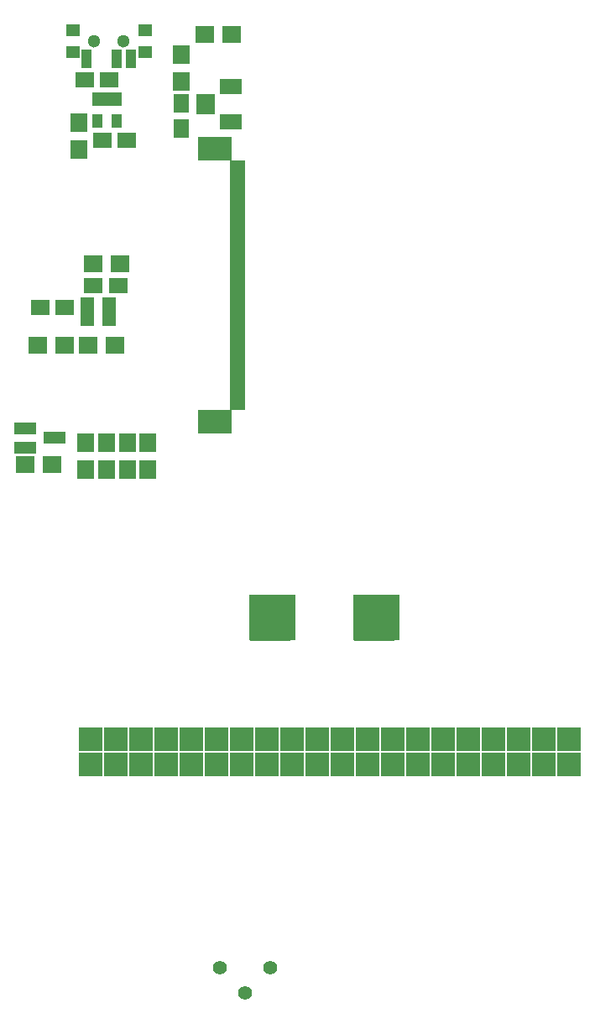
<source format=gbr>
G04 #@! TF.FileFunction,Soldermask,Bot*
%FSLAX46Y46*%
G04 Gerber Fmt 4.6, Leading zero omitted, Abs format (unit mm)*
G04 Created by KiCad (PCBNEW 4.0.2-stable) date 7/30/2016 6:00:18 PM*
%MOMM*%
G01*
G04 APERTURE LIST*
%ADD10C,0.100000*%
%ADD11R,1.900000X1.650000*%
%ADD12R,2.400000X2.400000*%
%ADD13C,1.416000*%
%ADD14R,1.700000X1.900000*%
%ADD15R,1.650000X0.700000*%
%ADD16R,3.400000X2.400000*%
%ADD17R,1.650000X1.900000*%
%ADD18R,1.900000X1.700000*%
%ADD19R,2.200860X1.200100*%
%ADD20R,1.950000X1.000000*%
%ADD21R,2.200000X1.600000*%
%ADD22C,1.300000*%
%ADD23R,1.100000X1.900000*%
%ADD24R,1.400000X1.200000*%
%ADD25R,1.050000X1.460000*%
%ADD26R,1.460000X1.050000*%
%ADD27R,0.650000X4.650000*%
%ADD28R,4.150000X0.650000*%
G04 APERTURE END LIST*
D10*
D11*
X116058000Y-71882000D03*
X113558000Y-71882000D03*
D12*
X160660000Y-132300000D03*
X160660000Y-134840000D03*
X158120000Y-134840000D03*
X155580000Y-134840000D03*
X153040000Y-134840000D03*
X150500000Y-134840000D03*
X147960000Y-134840000D03*
X145420000Y-134840000D03*
X142880000Y-134840000D03*
X140340000Y-134840000D03*
X137800000Y-134840000D03*
X135260000Y-134840000D03*
X132720000Y-134840000D03*
X130180000Y-134840000D03*
X127640000Y-134840000D03*
X125100000Y-134840000D03*
X122560000Y-134840000D03*
X120020000Y-134840000D03*
X117480000Y-134840000D03*
X114940000Y-134840000D03*
X112400000Y-134840000D03*
X158120000Y-132300000D03*
X155580000Y-132300000D03*
X153040000Y-132300000D03*
X150500000Y-132300000D03*
X147960000Y-132300000D03*
X145420000Y-132300000D03*
X142880000Y-132300000D03*
X140340000Y-132300000D03*
X137800000Y-132300000D03*
X135260000Y-132300000D03*
X132720000Y-132300000D03*
X130180000Y-132300000D03*
X127640000Y-132300000D03*
X125100000Y-132300000D03*
X122560000Y-132300000D03*
X117480000Y-132300000D03*
X120020000Y-132300000D03*
X114940000Y-132300000D03*
X112400000Y-132300000D03*
D13*
X128000000Y-157800000D03*
X130540000Y-155260000D03*
X125460000Y-155260000D03*
D14*
X118200000Y-102400000D03*
X118200000Y-105100000D03*
X116100000Y-102400000D03*
X116100000Y-105100000D03*
X114000000Y-102400000D03*
X114000000Y-105100000D03*
X111250000Y-70150000D03*
X111250000Y-72850000D03*
D15*
X127250000Y-98750000D03*
X127250000Y-98250000D03*
D16*
X124925000Y-100290000D03*
D15*
X127250000Y-97250000D03*
X127250000Y-97750000D03*
X127250000Y-96750000D03*
X127250000Y-95750000D03*
X127250000Y-96250000D03*
X127250000Y-95250000D03*
X127250000Y-94250000D03*
X127250000Y-94750000D03*
X127250000Y-92250000D03*
X127250000Y-91750000D03*
X127250000Y-91250000D03*
X127250000Y-90750000D03*
X127250000Y-89750000D03*
X127250000Y-90250000D03*
X127250000Y-89250000D03*
X127250000Y-92750000D03*
X127250000Y-93250000D03*
X127250000Y-93750000D03*
X127250000Y-80250000D03*
X127250000Y-79250000D03*
X127250000Y-79750000D03*
X127250000Y-81250000D03*
X127250000Y-80750000D03*
X127250000Y-81750000D03*
X127250000Y-88750000D03*
X127250000Y-87750000D03*
X127250000Y-88250000D03*
X127250000Y-86250000D03*
X127250000Y-85250000D03*
X127250000Y-85750000D03*
X127250000Y-87250000D03*
X127250000Y-86750000D03*
X127250000Y-84250000D03*
X127250000Y-83250000D03*
X127250000Y-84750000D03*
X127250000Y-83750000D03*
X127250000Y-82250000D03*
X127250000Y-82750000D03*
X127250000Y-77750000D03*
X127250000Y-78750000D03*
X127250000Y-78250000D03*
X127250000Y-76750000D03*
X127250000Y-77250000D03*
X127250000Y-76250000D03*
X127250000Y-74250000D03*
X127250000Y-75750000D03*
X127250000Y-74750000D03*
X127250000Y-75250000D03*
D16*
X124925000Y-72710000D03*
D17*
X121550000Y-68200000D03*
X121550000Y-70700000D03*
D11*
X115200000Y-86550000D03*
X112700000Y-86550000D03*
X109800000Y-88750000D03*
X107300000Y-88750000D03*
D18*
X112700000Y-84350000D03*
X115400000Y-84350000D03*
D14*
X121550000Y-63300000D03*
X121550000Y-66000000D03*
D18*
X108550000Y-104600000D03*
X105850000Y-104600000D03*
X107100000Y-92550000D03*
X109800000Y-92550000D03*
X112200000Y-92550000D03*
X114900000Y-92550000D03*
D14*
X111900000Y-102400000D03*
X111900000Y-105100000D03*
D19*
X105798860Y-102850000D03*
X105798860Y-100950000D03*
X108801140Y-101900000D03*
D20*
X123987500Y-68750000D03*
X123987500Y-67750000D03*
D21*
X126512500Y-70050000D03*
X126512500Y-66450000D03*
D22*
X112750000Y-61925000D03*
X115750000Y-61925000D03*
D23*
X112000000Y-63675000D03*
X115000000Y-63675000D03*
X116500000Y-63675000D03*
D24*
X110600000Y-60825000D03*
X117900000Y-60825000D03*
X117900000Y-63025000D03*
X110600000Y-63025000D03*
D25*
X113096000Y-67734000D03*
X114046000Y-67734000D03*
X114996000Y-67734000D03*
X114996000Y-69934000D03*
X113096000Y-69934000D03*
D26*
X114300000Y-88200000D03*
X114300000Y-89150000D03*
X114300000Y-90100000D03*
X112100000Y-90100000D03*
X112100000Y-88200000D03*
X112100000Y-89150000D03*
D27*
X128750000Y-120000000D03*
D28*
X130500000Y-122000000D03*
D27*
X132750000Y-120000000D03*
D28*
X131000000Y-121500000D03*
X130500000Y-121000000D03*
X131000000Y-120500000D03*
X130500000Y-120000000D03*
X131000000Y-119500000D03*
X130500000Y-119000000D03*
X131000000Y-118500000D03*
X130500000Y-118000000D03*
D27*
X139250000Y-120000000D03*
D28*
X141000000Y-122000000D03*
D27*
X143250000Y-120000000D03*
D28*
X141500000Y-121500000D03*
X141000000Y-121000000D03*
X141500000Y-120500000D03*
X141000000Y-120000000D03*
X141500000Y-119500000D03*
X141000000Y-119000000D03*
X141500000Y-118500000D03*
X141000000Y-118000000D03*
D11*
X111780000Y-65786000D03*
X114280000Y-65786000D03*
D18*
X123900000Y-61250000D03*
X126600000Y-61250000D03*
M02*

</source>
